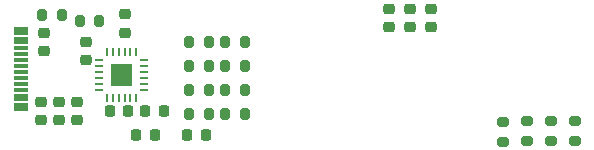
<source format=gtp>
%TF.GenerationSoftware,KiCad,Pcbnew,6.0.0*%
%TF.CreationDate,2021-12-30T08:36:24-05:00*%
%TF.ProjectId,usb_pd_sink_fixed,7573625f-7064-45f7-9369-6e6b5f666978,rev?*%
%TF.SameCoordinates,Original*%
%TF.FileFunction,Paste,Top*%
%TF.FilePolarity,Positive*%
%FSLAX46Y46*%
G04 Gerber Fmt 4.6, Leading zero omitted, Abs format (unit mm)*
G04 Created by KiCad (PCBNEW 6.0.0) date 2021-12-30 08:36:24*
%MOMM*%
%LPD*%
G01*
G04 APERTURE LIST*
G04 Aperture macros list*
%AMRoundRect*
0 Rectangle with rounded corners*
0 $1 Rounding radius*
0 $2 $3 $4 $5 $6 $7 $8 $9 X,Y pos of 4 corners*
0 Add a 4 corners polygon primitive as box body*
4,1,4,$2,$3,$4,$5,$6,$7,$8,$9,$2,$3,0*
0 Add four circle primitives for the rounded corners*
1,1,$1+$1,$2,$3*
1,1,$1+$1,$4,$5*
1,1,$1+$1,$6,$7*
1,1,$1+$1,$8,$9*
0 Add four rect primitives between the rounded corners*
20,1,$1+$1,$2,$3,$4,$5,0*
20,1,$1+$1,$4,$5,$6,$7,0*
20,1,$1+$1,$6,$7,$8,$9,0*
20,1,$1+$1,$8,$9,$2,$3,0*%
G04 Aperture macros list end*
%ADD10R,1.150000X0.300000*%
%ADD11RoundRect,0.200000X-0.200000X-0.275000X0.200000X-0.275000X0.200000X0.275000X-0.200000X0.275000X0*%
%ADD12RoundRect,0.200000X0.200000X0.275000X-0.200000X0.275000X-0.200000X-0.275000X0.200000X-0.275000X0*%
%ADD13RoundRect,0.200000X-0.275000X0.200000X-0.275000X-0.200000X0.275000X-0.200000X0.275000X0.200000X0*%
%ADD14RoundRect,0.225000X0.225000X0.250000X-0.225000X0.250000X-0.225000X-0.250000X0.225000X-0.250000X0*%
%ADD15RoundRect,0.225000X-0.250000X0.225000X-0.250000X-0.225000X0.250000X-0.225000X0.250000X0.225000X0*%
%ADD16RoundRect,0.218750X-0.256250X0.218750X-0.256250X-0.218750X0.256250X-0.218750X0.256250X0.218750X0*%
%ADD17R,0.681065X0.239283*%
%ADD18RoundRect,0.119642X0.220890X-0.000001X-0.220890X-0.000001X-0.220890X0.000001X0.220890X0.000001X0*%
%ADD19RoundRect,0.119642X-0.000001X0.220890X0.000001X0.220890X0.000001X-0.220890X-0.000001X-0.220890X0*%
%ADD20RoundRect,0.225000X-0.225000X-0.250000X0.225000X-0.250000X0.225000X0.250000X-0.225000X0.250000X0*%
%ADD21RoundRect,0.225000X0.250000X-0.225000X0.250000X0.225000X-0.250000X0.225000X-0.250000X-0.225000X0*%
G04 APERTURE END LIST*
%TO.C,U1*%
G36*
X66433250Y-80149250D02*
G01*
X64630752Y-80149250D01*
X64630752Y-78346752D01*
X66433250Y-78346752D01*
X66433250Y-80149250D01*
G37*
%TD*%
D10*
%TO.C,J1*%
X57010000Y-75390000D03*
X57010000Y-76190000D03*
X57010000Y-77490000D03*
X57010000Y-78490000D03*
X57010000Y-78990000D03*
X57010000Y-79990000D03*
X57010000Y-81290000D03*
X57010000Y-82090000D03*
X57010000Y-81790000D03*
X57010000Y-80990000D03*
X57010000Y-80490000D03*
X57010000Y-79490000D03*
X57010000Y-77990000D03*
X57010000Y-76990000D03*
X57010000Y-76490000D03*
X57010000Y-75690000D03*
%TD*%
D11*
%TO.C,R13*%
X58802000Y-74168000D03*
X60452000Y-74168000D03*
%TD*%
D12*
%TO.C,R5*%
X75946000Y-82550000D03*
X74296000Y-82550000D03*
%TD*%
%TO.C,R12*%
X72898000Y-76454000D03*
X71248000Y-76454000D03*
%TD*%
D13*
%TO.C,R1*%
X103886000Y-83186000D03*
X103886000Y-84836000D03*
%TD*%
D14*
%TO.C,C6*%
X66066000Y-82296000D03*
X64516000Y-82296000D03*
%TD*%
D15*
%TO.C,C10*%
X89916000Y-73647000D03*
X89916000Y-75197000D03*
%TD*%
D12*
%TO.C,R10*%
X72898000Y-78486000D03*
X71248000Y-78486000D03*
%TD*%
D16*
%TO.C,D1*%
X65786000Y-74117000D03*
X65786000Y-75692000D03*
%TD*%
D15*
%TO.C,C8*%
X88138000Y-73647000D03*
X88138000Y-75197000D03*
%TD*%
%TO.C,C4*%
X58674000Y-81521000D03*
X58674000Y-83071000D03*
%TD*%
D13*
%TO.C,R4*%
X97790000Y-83249000D03*
X97790000Y-84899000D03*
%TD*%
D17*
%TO.C,U1*%
X67447532Y-80498000D03*
D18*
X67447532Y-79998000D03*
X67447532Y-79498000D03*
X67447532Y-78997999D03*
X67447532Y-78497999D03*
X67447532Y-77997999D03*
D19*
X66782000Y-77332467D03*
X66282000Y-77332467D03*
X65782000Y-77332467D03*
X65281999Y-77332467D03*
X64781999Y-77332467D03*
X64281999Y-77332467D03*
D18*
X63616467Y-77997999D03*
X63616467Y-78497999D03*
X63616467Y-78997999D03*
X63616467Y-79498000D03*
X63616467Y-79998000D03*
X63616467Y-80498000D03*
D19*
X64281999Y-81163532D03*
X64781999Y-81163532D03*
X65281999Y-81163532D03*
X65782000Y-81163532D03*
X66282000Y-81163532D03*
X66782000Y-81163532D03*
%TD*%
D15*
%TO.C,C11*%
X91694000Y-73647000D03*
X91694000Y-75197000D03*
%TD*%
D12*
%TO.C,R11*%
X75946000Y-76454000D03*
X74296000Y-76454000D03*
%TD*%
%TO.C,R9*%
X75946000Y-78486000D03*
X74296000Y-78486000D03*
%TD*%
D14*
%TO.C,C7*%
X68326000Y-84328000D03*
X66776000Y-84328000D03*
%TD*%
D12*
%TO.C,R14*%
X63626000Y-74676000D03*
X61976000Y-74676000D03*
%TD*%
%TO.C,R7*%
X75946000Y-80518000D03*
X74296000Y-80518000D03*
%TD*%
%TO.C,R8*%
X72898000Y-80518000D03*
X71248000Y-80518000D03*
%TD*%
D20*
%TO.C,C2*%
X67538000Y-82296000D03*
X69088000Y-82296000D03*
%TD*%
D13*
%TO.C,R2*%
X101854000Y-83186000D03*
X101854000Y-84836000D03*
%TD*%
D15*
%TO.C,C3*%
X60198000Y-81534000D03*
X60198000Y-83084000D03*
%TD*%
D21*
%TO.C,C12*%
X62484000Y-78004000D03*
X62484000Y-76454000D03*
%TD*%
D15*
%TO.C,C1*%
X61722000Y-81521000D03*
X61722000Y-83071000D03*
%TD*%
D20*
%TO.C,C5*%
X71094000Y-84328000D03*
X72644000Y-84328000D03*
%TD*%
D21*
%TO.C,C9*%
X58928000Y-77242000D03*
X58928000Y-75692000D03*
%TD*%
D13*
%TO.C,R3*%
X99822000Y-83186000D03*
X99822000Y-84836000D03*
%TD*%
D12*
%TO.C,R6*%
X72898000Y-82550000D03*
X71248000Y-82550000D03*
%TD*%
M02*

</source>
